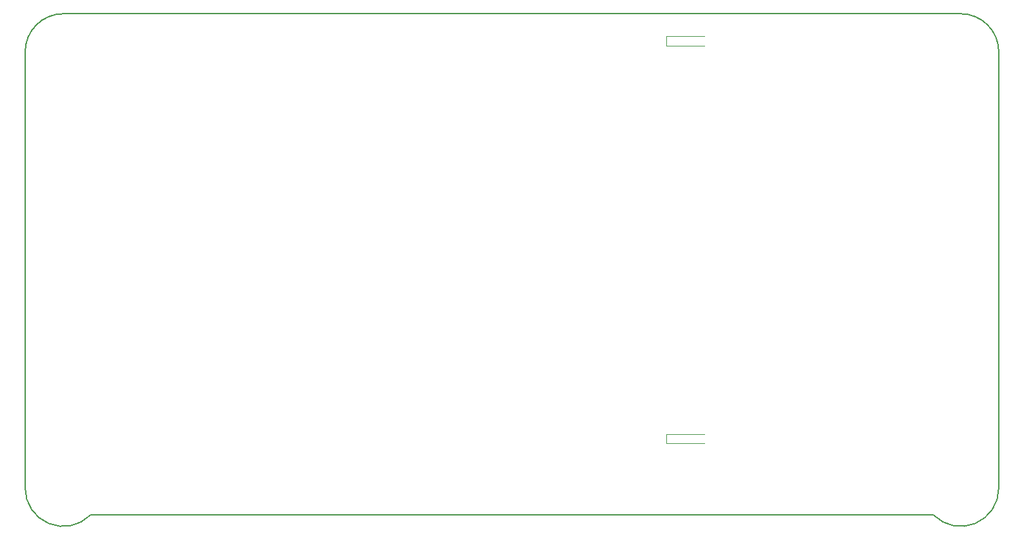
<source format=gko>
G04*
G04 #@! TF.GenerationSoftware,Altium Limited,Altium Designer,21.7.2 (23)*
G04*
G04 Layer_Color=16711935*
%FSAX25Y25*%
%MOIN*%
G70*
G04*
G04 #@! TF.SameCoordinates,7BBA0914-394B-4DB2-939C-07DA4AAD527A*
G04*
G04*
G04 #@! TF.FilePolarity,Positive*
G04*
G01*
G75*
%ADD11C,0.00394*%
%ADD14C,0.00787*%
D11*
X0415099Y0327681D02*
Y0332406D01*
X0434784D01*
X0415099Y0327681D02*
X0434784D01*
X0415105Y0533235D02*
X0434790D01*
X0415105Y0537959D02*
X0434790D01*
X0415105Y0533235D02*
Y0537959D01*
D14*
X0553206Y0290608D02*
G03*
X0586811Y0304528I0013919J0013919D01*
G01*
X0586817Y0529993D02*
G03*
X0567133Y0549678I-0019685J0000000D01*
G01*
X0103845Y0549678D02*
G03*
X0084160Y0529993I0000000J-0019685D01*
G01*
X0103843Y0549693D02*
G03*
X0084158Y0530008I0000000J-0019685D01*
G01*
X0084158Y0304497D02*
G03*
X0117760Y0290579I0019683J0000000D01*
G01*
X0084159Y0529967D02*
G03*
X0084153Y0529962I0000000J-0000005D01*
G01*
X0103886Y0549694D02*
G03*
X0084159Y0529967I0000000J-0019727D01*
G01*
X0586812Y0304429D02*
X0586812Y0529993D01*
X0103843Y0549694D02*
X0103886Y0549694D01*
X0103845Y0549678D02*
X0567224Y0549689D01*
X0084158Y0304497D02*
X0084160Y0529993D01*
X0117815Y0290610D02*
X0553150Y0290610D01*
M02*

</source>
